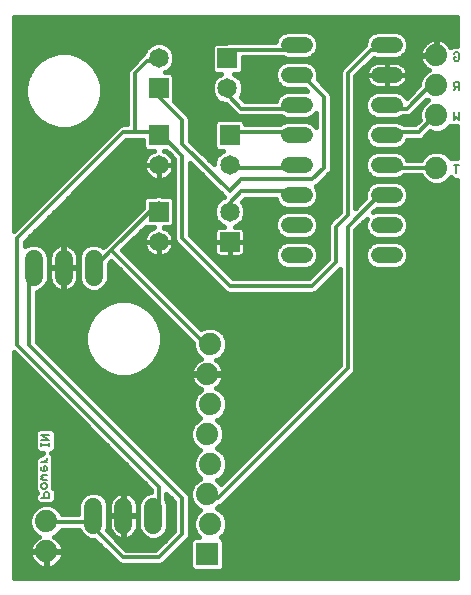
<source format=gbl>
G75*
%MOIN*%
%OFA0B0*%
%FSLAX24Y24*%
%IPPOS*%
%LPD*%
%AMOC8*
5,1,8,0,0,1.08239X$1,22.5*
%
%ADD10C,0.0050*%
%ADD11C,0.0520*%
%ADD12R,0.0650X0.0650*%
%ADD13C,0.0650*%
%ADD14C,0.0740*%
%ADD15C,0.0600*%
%ADD16R,0.0740X0.0740*%
%ADD17C,0.0120*%
%ADD18C,0.0160*%
D10*
X001583Y003355D02*
X001853Y003355D01*
X001853Y003490D01*
X001808Y003535D01*
X001718Y003535D01*
X001673Y003490D01*
X001673Y003355D01*
X001628Y003649D02*
X001583Y003694D01*
X001583Y003784D01*
X001628Y003829D01*
X001718Y003829D01*
X001763Y003784D01*
X001763Y003694D01*
X001718Y003649D01*
X001628Y003649D01*
X001628Y003944D02*
X001583Y003989D01*
X001628Y004034D01*
X001583Y004079D01*
X001628Y004124D01*
X001763Y004124D01*
X001718Y004239D02*
X001763Y004284D01*
X001763Y004374D01*
X001718Y004419D01*
X001673Y004419D01*
X001673Y004239D01*
X001628Y004239D02*
X001718Y004239D01*
X001628Y004239D02*
X001583Y004284D01*
X001583Y004374D01*
X001583Y004533D02*
X001763Y004533D01*
X001673Y004533D02*
X001763Y004623D01*
X001763Y004668D01*
X001853Y005073D02*
X001853Y005163D01*
X001853Y005118D02*
X001583Y005118D01*
X001583Y005073D02*
X001583Y005163D01*
X001583Y005270D02*
X001853Y005270D01*
X001583Y005450D01*
X001853Y005450D01*
X001763Y003944D02*
X001628Y003944D01*
X015419Y014181D02*
X015419Y014452D01*
X015509Y014452D02*
X015329Y014452D01*
X015329Y015953D02*
X015329Y016223D01*
X015509Y016223D02*
X015509Y015953D01*
X015419Y016043D01*
X015329Y015953D01*
X015329Y016937D02*
X015419Y017027D01*
X015374Y017027D02*
X015509Y017027D01*
X015509Y016937D02*
X015509Y017208D01*
X015374Y017208D01*
X015329Y017162D01*
X015329Y017072D01*
X015374Y017027D01*
X015374Y017922D02*
X015329Y017967D01*
X015329Y018057D01*
X015419Y018057D01*
X015329Y018147D02*
X015374Y018192D01*
X015464Y018192D01*
X015509Y018147D01*
X015509Y017967D01*
X015464Y017922D01*
X015374Y017922D01*
D11*
X013357Y017444D02*
X012837Y017444D01*
X012837Y018444D02*
X013357Y018444D01*
X013357Y016444D02*
X012837Y016444D01*
X012837Y015444D02*
X013357Y015444D01*
X013357Y014444D02*
X012837Y014444D01*
X012837Y013444D02*
X013357Y013444D01*
X013357Y012444D02*
X012837Y012444D01*
X012837Y011444D02*
X013357Y011444D01*
X010357Y011444D02*
X009837Y011444D01*
X009837Y012444D02*
X010357Y012444D01*
X010357Y013444D02*
X009837Y013444D01*
X009837Y014444D02*
X010357Y014444D01*
X010357Y015444D02*
X009837Y015444D01*
X009837Y016444D02*
X010357Y016444D01*
X010357Y017444D02*
X009837Y017444D01*
X009837Y018444D02*
X010357Y018444D01*
D12*
X007786Y017995D03*
X007857Y015444D03*
X005495Y015444D03*
X005495Y017003D03*
X005495Y012885D03*
X007857Y011885D03*
D13*
X007857Y012885D03*
X007857Y014444D03*
X007786Y016995D03*
X005495Y018003D03*
X005495Y014444D03*
X005495Y011885D03*
D14*
X007214Y008471D03*
X007114Y007471D03*
X007214Y006471D03*
X007114Y005471D03*
X007214Y004471D03*
X007114Y003471D03*
X007214Y002471D03*
X001755Y002558D03*
X001755Y001558D03*
X014747Y014353D03*
X014747Y016093D03*
X014747Y017093D03*
X014747Y018093D03*
D15*
X003326Y011323D02*
X003326Y010723D01*
X002326Y010723D02*
X002326Y011323D01*
X001326Y011323D02*
X001326Y010723D01*
X003322Y003055D02*
X003322Y002455D01*
X004322Y002455D02*
X004322Y003055D01*
X005322Y003055D02*
X005322Y002455D01*
D16*
X007114Y001471D03*
D17*
X006282Y002149D02*
X005495Y001361D01*
X004314Y001361D01*
X003133Y002542D01*
X003322Y002755D01*
X003133Y002542D02*
X001952Y002542D01*
X001755Y002558D01*
X005322Y002755D02*
X005495Y002936D01*
X005495Y003723D01*
X000771Y008448D01*
X000771Y011991D01*
X004314Y015534D01*
X004708Y015534D01*
X004708Y017503D01*
X005101Y017897D01*
X005495Y017897D01*
X005495Y018003D01*
X005495Y017003D02*
X005495Y016715D01*
X006282Y015928D01*
X006282Y015141D01*
X007857Y013566D01*
X008251Y013960D01*
X010613Y013960D01*
X011007Y014353D01*
X011007Y016715D01*
X010219Y017503D01*
X010097Y017444D01*
X009826Y018290D02*
X010097Y018444D01*
X009826Y018290D02*
X007857Y018290D01*
X007786Y017995D01*
X007786Y016995D02*
X007857Y016715D01*
X008251Y016322D01*
X009826Y016322D01*
X010097Y016444D01*
X009826Y015534D02*
X010097Y015444D01*
X009826Y015534D02*
X007857Y015534D01*
X007857Y015444D01*
X007857Y014444D02*
X007857Y014353D01*
X009826Y014353D01*
X010097Y014444D01*
X009826Y013566D02*
X010097Y013444D01*
X009826Y013566D02*
X008251Y013566D01*
X007857Y013172D01*
X007857Y012885D01*
X006282Y011991D02*
X006282Y014747D01*
X005495Y015534D01*
X005495Y015444D01*
X005495Y015534D02*
X004708Y015534D01*
X005495Y013172D02*
X005495Y012885D01*
X005495Y013172D02*
X003920Y011597D01*
X003345Y011023D01*
X003326Y011023D01*
X003920Y011597D02*
X007070Y008448D01*
X007214Y008471D01*
X007857Y010416D02*
X006282Y011991D01*
X007857Y010416D02*
X010613Y010416D01*
X011400Y011204D01*
X011400Y012385D01*
X011794Y012778D01*
X011794Y017503D01*
X012582Y018290D01*
X012975Y018290D01*
X013097Y018444D01*
X014550Y017109D02*
X014747Y017093D01*
X014550Y017109D02*
X013763Y016322D01*
X013369Y016322D01*
X013097Y016444D01*
X013369Y015534D02*
X013097Y015444D01*
X013369Y015534D02*
X014156Y015534D01*
X014550Y015928D01*
X014747Y016093D01*
X014747Y014353D02*
X013369Y014353D01*
X013097Y014444D01*
X012975Y013566D02*
X013097Y013444D01*
X012975Y013566D02*
X011794Y012385D01*
X011794Y007660D01*
X007463Y003330D01*
X007114Y003471D01*
X006282Y003330D02*
X006282Y002149D01*
X006282Y003330D02*
X001164Y008448D01*
X001164Y010810D01*
X001326Y011023D01*
D18*
X000660Y008191D02*
X000660Y000660D01*
X015448Y000660D01*
X015448Y013956D01*
X015326Y013956D01*
X015237Y014046D01*
X015230Y014030D01*
X015070Y013870D01*
X014860Y013783D01*
X014634Y013783D01*
X014424Y013870D01*
X014264Y014030D01*
X014238Y014093D01*
X013657Y014093D01*
X013618Y014054D01*
X013449Y013984D01*
X012746Y013984D01*
X012577Y014054D01*
X012447Y014183D01*
X012377Y014352D01*
X012377Y014535D01*
X012447Y014704D01*
X012577Y014834D01*
X012746Y014904D01*
X013449Y014904D01*
X013618Y014834D01*
X013747Y014704D01*
X013785Y014613D01*
X014238Y014613D01*
X014264Y014676D01*
X014424Y014836D01*
X014634Y014923D01*
X014860Y014923D01*
X015070Y014836D01*
X015230Y014676D01*
X015232Y014672D01*
X015236Y014677D01*
X015448Y014677D01*
X015448Y015728D01*
X015422Y015728D01*
X015422Y015728D01*
X015330Y015728D01*
X015236Y015728D01*
X015212Y015752D01*
X015070Y015610D01*
X014860Y015523D01*
X014634Y015523D01*
X014548Y015559D01*
X014304Y015314D01*
X014208Y015274D01*
X013785Y015274D01*
X013747Y015183D01*
X013618Y015054D01*
X013449Y014984D01*
X012746Y014984D01*
X012577Y015054D01*
X012447Y015183D01*
X012377Y015352D01*
X012377Y015535D01*
X012447Y015704D01*
X012577Y015834D01*
X012746Y015904D01*
X013449Y015904D01*
X013618Y015834D01*
X013657Y015794D01*
X014049Y015794D01*
X014194Y015939D01*
X014177Y015980D01*
X014177Y016207D01*
X014264Y016416D01*
X014424Y016577D01*
X014465Y016593D01*
X014424Y016610D01*
X014421Y016613D01*
X013910Y016101D01*
X013814Y016062D01*
X013626Y016062D01*
X013618Y016054D01*
X013449Y015984D01*
X012746Y015984D01*
X012577Y016054D01*
X012447Y016183D01*
X012377Y016352D01*
X012377Y016535D01*
X012447Y016704D01*
X012577Y016834D01*
X012746Y016904D01*
X013449Y016904D01*
X013618Y016834D01*
X013747Y016704D01*
X013756Y016683D01*
X014177Y017104D01*
X014177Y017207D01*
X014264Y017416D01*
X014424Y017577D01*
X014493Y017605D01*
X014459Y017623D01*
X014389Y017674D01*
X014327Y017735D01*
X014277Y017805D01*
X014237Y017882D01*
X014210Y017965D01*
X014197Y018050D01*
X014197Y018073D01*
X014727Y018073D01*
X014727Y018113D01*
X014197Y018113D01*
X014197Y018137D01*
X014210Y018222D01*
X014237Y018305D01*
X014277Y018382D01*
X014327Y018452D01*
X014389Y018513D01*
X014459Y018564D01*
X014536Y018603D01*
X014618Y018630D01*
X014704Y018643D01*
X014727Y018643D01*
X014727Y018113D01*
X014767Y018113D01*
X014767Y018643D01*
X014790Y018643D01*
X014876Y018630D01*
X014958Y018603D01*
X015035Y018564D01*
X015105Y018513D01*
X015166Y018452D01*
X015217Y018382D01*
X015227Y018363D01*
X015281Y018417D01*
X015281Y018417D01*
X015372Y018417D01*
X015448Y018417D01*
X015448Y019385D01*
X000660Y019385D01*
X000660Y012248D01*
X004167Y015755D01*
X004262Y015794D01*
X004448Y015794D01*
X004448Y017555D01*
X004487Y017650D01*
X004560Y017723D01*
X004954Y018117D01*
X004978Y018127D01*
X005050Y018300D01*
X005198Y018448D01*
X005391Y018528D01*
X005599Y018528D01*
X005792Y018448D01*
X005940Y018300D01*
X006020Y018107D01*
X006020Y017898D01*
X005940Y017705D01*
X005792Y017558D01*
X005720Y017528D01*
X005903Y017528D01*
X006020Y017411D01*
X006020Y016595D01*
X006002Y016577D01*
X006503Y016075D01*
X006542Y015980D01*
X006542Y015248D01*
X007332Y014459D01*
X007332Y014548D01*
X007412Y014741D01*
X007560Y014889D01*
X007632Y014919D01*
X007449Y014919D01*
X007332Y015036D01*
X007332Y015852D01*
X007449Y015969D01*
X008265Y015969D01*
X008382Y015852D01*
X008382Y015794D01*
X009537Y015794D01*
X009577Y015834D01*
X009746Y015904D01*
X010449Y015904D01*
X010618Y015834D01*
X010747Y015705D01*
X010747Y016183D01*
X010618Y016054D01*
X010449Y015984D01*
X009746Y015984D01*
X009577Y016054D01*
X009569Y016062D01*
X008199Y016062D01*
X008104Y016101D01*
X007735Y016470D01*
X007682Y016470D01*
X007489Y016550D01*
X007341Y016698D01*
X007261Y016891D01*
X007261Y017099D01*
X007341Y017292D01*
X007489Y017440D01*
X007561Y017470D01*
X007378Y017470D01*
X007261Y017587D01*
X007261Y018403D01*
X007378Y018520D01*
X007732Y018520D01*
X007739Y018523D01*
X007765Y018539D01*
X007786Y018542D01*
X007805Y018550D01*
X007837Y018550D01*
X007868Y018555D01*
X007888Y018550D01*
X009384Y018550D01*
X009447Y018704D01*
X009577Y018834D01*
X009746Y018904D01*
X010449Y018904D01*
X010618Y018834D01*
X010747Y018704D01*
X010817Y018535D01*
X010817Y018352D01*
X010747Y018183D01*
X010618Y018054D01*
X010449Y017984D01*
X009746Y017984D01*
X009634Y018030D01*
X008311Y018030D01*
X008311Y017587D01*
X008194Y017470D01*
X008011Y017470D01*
X008084Y017440D01*
X008231Y017292D01*
X008311Y017099D01*
X008311Y016891D01*
X008235Y016706D01*
X008359Y016582D01*
X009397Y016582D01*
X009447Y016704D01*
X009577Y016834D01*
X009746Y016904D01*
X010449Y016904D01*
X010452Y016902D01*
X010371Y016984D01*
X009746Y016984D01*
X009577Y017054D01*
X009447Y017183D01*
X009377Y017352D01*
X009377Y017535D01*
X009447Y017704D01*
X009577Y017834D01*
X009746Y017904D01*
X010449Y017904D01*
X010618Y017834D01*
X010747Y017704D01*
X010817Y017535D01*
X010817Y017352D01*
X010794Y017296D01*
X011154Y016936D01*
X011227Y016863D01*
X011267Y016767D01*
X011267Y014302D01*
X011227Y014206D01*
X010833Y013812D01*
X010760Y013739D01*
X010727Y013725D01*
X010747Y013704D01*
X010817Y013535D01*
X010817Y013352D01*
X010747Y013183D01*
X010618Y013054D01*
X010449Y012984D01*
X009746Y012984D01*
X009577Y013054D01*
X009447Y013183D01*
X009397Y013306D01*
X008359Y013306D01*
X008269Y013216D01*
X008302Y013182D01*
X008382Y012989D01*
X008382Y012780D01*
X008302Y012587D01*
X008155Y012440D01*
X008034Y012390D01*
X008206Y012390D01*
X008252Y012377D01*
X008293Y012354D01*
X008326Y012320D01*
X008350Y012279D01*
X008362Y012233D01*
X008362Y011885D01*
X007857Y011885D01*
X007857Y011885D01*
X007352Y011885D01*
X007352Y012233D01*
X007364Y012279D01*
X007388Y012320D01*
X007422Y012354D01*
X007463Y012377D01*
X007508Y012390D01*
X007680Y012390D01*
X007560Y012440D01*
X007412Y012587D01*
X007332Y012780D01*
X007332Y012989D01*
X007412Y013182D01*
X007560Y013330D01*
X007677Y013378D01*
X006542Y014513D01*
X006542Y012099D01*
X007965Y010676D01*
X010505Y010676D01*
X011140Y011311D01*
X011140Y012436D01*
X011180Y012532D01*
X011253Y012605D01*
X011534Y012886D01*
X011534Y017555D01*
X011574Y017650D01*
X011647Y017723D01*
X012377Y018454D01*
X012377Y018535D01*
X012447Y018704D01*
X012577Y018834D01*
X012746Y018904D01*
X013449Y018904D01*
X013618Y018834D01*
X013747Y018704D01*
X013817Y018535D01*
X013817Y018352D01*
X013747Y018183D01*
X013618Y018054D01*
X013449Y017984D01*
X012746Y017984D01*
X012673Y018014D01*
X012054Y017395D01*
X012054Y013012D01*
X012382Y013340D01*
X012377Y013352D01*
X012377Y013535D01*
X012447Y013704D01*
X012577Y013834D01*
X012746Y013904D01*
X013449Y013904D01*
X013618Y013834D01*
X013747Y013704D01*
X013817Y013535D01*
X013817Y013352D01*
X013747Y013183D01*
X013618Y013054D01*
X013449Y012984D01*
X012761Y012984D01*
X012635Y012858D01*
X012746Y012904D01*
X013449Y012904D01*
X013618Y012834D01*
X013747Y012704D01*
X013817Y012535D01*
X013817Y012352D01*
X013747Y012183D01*
X013618Y012054D01*
X013449Y011984D01*
X012746Y011984D01*
X012577Y012054D01*
X012447Y012183D01*
X012377Y012352D01*
X012377Y012535D01*
X012423Y012646D01*
X012054Y012277D01*
X012054Y007609D01*
X012015Y007513D01*
X007648Y003146D01*
X007612Y003110D01*
X007611Y003110D01*
X007611Y003109D01*
X007564Y003090D01*
X007520Y003071D01*
X007443Y002994D01*
X007537Y002955D01*
X007697Y002794D01*
X007784Y002585D01*
X007784Y002358D01*
X007697Y002148D01*
X007579Y002030D01*
X007684Y001924D01*
X007684Y001018D01*
X007567Y000901D01*
X006661Y000901D01*
X006544Y001018D01*
X006544Y001924D01*
X006661Y002041D01*
X006838Y002041D01*
X006731Y002148D01*
X006644Y002358D01*
X006644Y002585D01*
X006731Y002794D01*
X006886Y002949D01*
X006791Y002988D01*
X006631Y003148D01*
X006544Y003358D01*
X006544Y003585D01*
X006631Y003794D01*
X006791Y003955D01*
X006886Y003994D01*
X006731Y004148D01*
X006644Y004358D01*
X006644Y004585D01*
X006731Y004794D01*
X006886Y004949D01*
X006791Y004988D01*
X006631Y005148D01*
X006544Y005358D01*
X006544Y005585D01*
X006631Y005794D01*
X006791Y005955D01*
X006886Y005994D01*
X006731Y006148D01*
X006644Y006358D01*
X006644Y006585D01*
X006731Y006794D01*
X006891Y006955D01*
X006906Y006961D01*
X006903Y006962D01*
X006826Y007001D01*
X006756Y007052D01*
X006695Y007113D01*
X006644Y007183D01*
X006605Y007260D01*
X006578Y007343D01*
X006564Y007428D01*
X006564Y007451D01*
X007094Y007451D01*
X007094Y007491D01*
X006564Y007491D01*
X006564Y007515D01*
X006578Y007600D01*
X006605Y007682D01*
X006644Y007760D01*
X006695Y007830D01*
X006756Y007891D01*
X006826Y007942D01*
X006903Y007981D01*
X006906Y007982D01*
X006891Y007988D01*
X006731Y008148D01*
X006644Y008358D01*
X006644Y008506D01*
X003920Y011230D01*
X003826Y011135D01*
X003826Y010623D01*
X003750Y010439D01*
X003609Y010299D01*
X003425Y010223D01*
X003226Y010223D01*
X003042Y010299D01*
X002902Y010439D01*
X002826Y010623D01*
X002826Y011422D01*
X002902Y011606D01*
X003042Y011746D01*
X003226Y011823D01*
X003425Y011823D01*
X003609Y011746D01*
X003655Y011700D01*
X003773Y011818D01*
X004970Y013015D01*
X004970Y013293D01*
X005087Y013410D01*
X005389Y013410D01*
X005443Y013432D01*
X005547Y013432D01*
X005601Y013410D01*
X005903Y013410D01*
X006020Y013293D01*
X006020Y012477D01*
X005903Y012360D01*
X005667Y012360D01*
X005689Y012353D01*
X005760Y012317D01*
X005824Y012270D01*
X005880Y012214D01*
X005927Y012149D01*
X005963Y012079D01*
X005988Y012003D01*
X006000Y011924D01*
X006000Y011885D01*
X005495Y011885D01*
X005495Y011885D01*
X005495Y011885D01*
X004990Y011885D01*
X004990Y011924D01*
X005002Y012003D01*
X005027Y012079D01*
X005063Y012149D01*
X005110Y012214D01*
X005166Y012270D01*
X005230Y012317D01*
X005301Y012353D01*
X005323Y012360D01*
X005087Y012360D01*
X005069Y012378D01*
X004288Y011597D01*
X006919Y008966D01*
X007101Y009041D01*
X007328Y009041D01*
X007537Y008955D01*
X007697Y008794D01*
X007784Y008585D01*
X007784Y008358D01*
X007697Y008148D01*
X007537Y007988D01*
X007411Y007936D01*
X007473Y007891D01*
X007534Y007830D01*
X007585Y007760D01*
X007624Y007682D01*
X007651Y007600D01*
X007664Y007515D01*
X007664Y007491D01*
X007134Y007491D01*
X007134Y007451D01*
X007664Y007451D01*
X007664Y007428D01*
X007651Y007343D01*
X007624Y007260D01*
X007585Y007183D01*
X007534Y007113D01*
X007473Y007052D01*
X007411Y007007D01*
X007537Y006955D01*
X007697Y006794D01*
X007784Y006585D01*
X007784Y006358D01*
X007697Y006148D01*
X007537Y005988D01*
X007443Y005949D01*
X007597Y005794D01*
X007684Y005585D01*
X007684Y005358D01*
X007597Y005148D01*
X007443Y004994D01*
X007537Y004955D01*
X007697Y004794D01*
X007784Y004585D01*
X007784Y004358D01*
X007697Y004148D01*
X007537Y003988D01*
X007443Y003949D01*
X007579Y003813D01*
X011534Y007768D01*
X011534Y010970D01*
X010833Y010269D01*
X010760Y010196D01*
X010665Y010156D01*
X007805Y010156D01*
X007710Y010196D01*
X007637Y010269D01*
X007637Y010269D01*
X006135Y011771D01*
X006135Y011771D01*
X006062Y011844D01*
X006022Y011939D01*
X006022Y014639D01*
X005743Y014919D01*
X005667Y014919D01*
X005689Y014912D01*
X005760Y014876D01*
X005824Y014829D01*
X005880Y014773D01*
X005927Y014708D01*
X005963Y014638D01*
X005988Y014562D01*
X006000Y014484D01*
X006000Y014444D01*
X005495Y014444D01*
X005495Y014444D01*
X005495Y014444D01*
X004990Y014444D01*
X004990Y014484D01*
X005002Y014562D01*
X005027Y014638D01*
X005063Y014708D01*
X005110Y014773D01*
X005166Y014829D01*
X005230Y014876D01*
X005301Y014912D01*
X005323Y014919D01*
X005087Y014919D01*
X004970Y015036D01*
X004970Y015274D01*
X004422Y015274D01*
X001031Y011883D01*
X001031Y011735D01*
X001042Y011746D01*
X001226Y011823D01*
X001425Y011823D01*
X001609Y011746D01*
X001750Y011606D01*
X001826Y011422D01*
X001826Y010623D01*
X001750Y010439D01*
X001609Y010299D01*
X001425Y010223D01*
X001424Y010223D01*
X001424Y008555D01*
X006430Y003550D01*
X006503Y003477D01*
X006542Y003381D01*
X006542Y002097D01*
X006503Y002001D01*
X005715Y001214D01*
X005642Y001141D01*
X005547Y001101D01*
X004262Y001101D01*
X004167Y001141D01*
X003352Y001955D01*
X003222Y001955D01*
X003039Y002031D01*
X002898Y002172D01*
X002852Y002282D01*
X002258Y002282D01*
X002238Y002235D01*
X002078Y002075D01*
X002008Y002046D01*
X002043Y002028D01*
X002113Y001977D01*
X002174Y001916D01*
X002225Y001846D01*
X002265Y001769D01*
X002291Y001687D01*
X002305Y001601D01*
X002305Y001578D01*
X001775Y001578D01*
X001775Y001538D01*
X002305Y001538D01*
X002305Y001515D01*
X002291Y001429D01*
X002265Y001347D01*
X002225Y001270D01*
X002174Y001200D01*
X002113Y001138D01*
X002043Y001088D01*
X001966Y001048D01*
X001884Y001021D01*
X001798Y001008D01*
X001775Y001008D01*
X001775Y001538D01*
X001735Y001538D01*
X001735Y001008D01*
X001712Y001008D01*
X001626Y001021D01*
X001544Y001048D01*
X001467Y001088D01*
X001397Y001138D01*
X001335Y001200D01*
X001284Y001270D01*
X001245Y001347D01*
X001218Y001429D01*
X001205Y001515D01*
X001205Y001538D01*
X001735Y001538D01*
X001735Y001578D01*
X001205Y001578D01*
X001205Y001601D01*
X001218Y001687D01*
X001245Y001769D01*
X001284Y001846D01*
X001335Y001916D01*
X001397Y001977D01*
X001467Y002028D01*
X001501Y002046D01*
X001432Y002075D01*
X001272Y002235D01*
X001185Y002445D01*
X001185Y002671D01*
X001272Y002881D01*
X001432Y003041D01*
X001641Y003128D01*
X001868Y003128D01*
X002078Y003041D01*
X002238Y002881D01*
X002271Y002802D01*
X002822Y002802D01*
X002822Y003154D01*
X002898Y003338D01*
X003039Y003479D01*
X003222Y003555D01*
X003421Y003555D01*
X003605Y003479D01*
X003746Y003338D01*
X003822Y003154D01*
X003822Y002355D01*
X003782Y002260D01*
X004422Y001621D01*
X005387Y001621D01*
X006022Y002256D01*
X006022Y003222D01*
X005755Y003489D01*
X005755Y003315D01*
X005822Y003154D01*
X005822Y002355D01*
X005746Y002172D01*
X005605Y002031D01*
X005421Y001955D01*
X005222Y001955D01*
X005039Y002031D01*
X004898Y002172D01*
X004822Y002355D01*
X004822Y003154D01*
X004898Y003338D01*
X005039Y003479D01*
X005222Y003555D01*
X005235Y003555D01*
X005235Y003616D01*
X000660Y008191D01*
X000660Y008105D02*
X000746Y008105D01*
X000660Y007947D02*
X000904Y007947D01*
X001063Y007788D02*
X000660Y007788D01*
X000660Y007630D02*
X001221Y007630D01*
X001380Y007471D02*
X000660Y007471D01*
X000660Y007313D02*
X001538Y007313D01*
X001697Y007154D02*
X000660Y007154D01*
X000660Y006996D02*
X001855Y006996D01*
X002014Y006837D02*
X000660Y006837D01*
X000660Y006679D02*
X002172Y006679D01*
X002331Y006520D02*
X000660Y006520D01*
X000660Y006362D02*
X002489Y006362D01*
X002648Y006203D02*
X000660Y006203D01*
X000660Y006045D02*
X002806Y006045D01*
X002965Y005886D02*
X000660Y005886D01*
X000660Y005728D02*
X003123Y005728D01*
X003282Y005569D02*
X002052Y005569D01*
X002078Y005543D02*
X001946Y005675D01*
X001651Y005675D01*
X001630Y005689D01*
X001561Y005675D01*
X001490Y005675D01*
X001472Y005657D01*
X001447Y005652D01*
X001408Y005593D01*
X001358Y005543D01*
X001358Y005518D01*
X001344Y005497D01*
X001358Y005428D01*
X001358Y004980D01*
X001490Y004848D01*
X001625Y004848D01*
X001538Y004762D01*
X001538Y004758D01*
X001490Y004758D01*
X001358Y004626D01*
X001358Y004190D01*
X001367Y004181D01*
X001358Y004172D01*
X001358Y004078D01*
X001358Y003896D01*
X001367Y003887D01*
X001358Y003878D01*
X001358Y003878D01*
X001358Y003878D01*
X001358Y003787D01*
X001358Y003601D01*
X001435Y003524D01*
X001358Y003448D01*
X001358Y003261D01*
X001490Y003130D01*
X001946Y003130D01*
X002078Y003261D01*
X002078Y003489D01*
X002078Y003583D01*
X002033Y003628D01*
X001988Y003673D01*
X001988Y003693D01*
X001988Y003787D01*
X001988Y003787D01*
X001988Y004286D01*
X001988Y004377D01*
X001988Y004624D01*
X001988Y004716D01*
X001988Y004716D01*
X001988Y004762D01*
X001901Y004848D01*
X001946Y004848D01*
X002078Y004980D01*
X002078Y005202D01*
X002092Y005223D01*
X002078Y005292D01*
X002078Y005543D01*
X002078Y005411D02*
X003440Y005411D01*
X003599Y005252D02*
X002086Y005252D01*
X002078Y005094D02*
X003757Y005094D01*
X003916Y004935D02*
X002033Y004935D01*
X001973Y004777D02*
X004074Y004777D01*
X004233Y004618D02*
X001988Y004618D01*
X001988Y004460D02*
X004391Y004460D01*
X004550Y004301D02*
X001988Y004301D01*
X001988Y004377D02*
X001988Y004377D01*
X001988Y004143D02*
X004708Y004143D01*
X004867Y003984D02*
X001988Y003984D01*
X001988Y003826D02*
X005025Y003826D01*
X005184Y003667D02*
X001994Y003667D01*
X002033Y003628D02*
X002033Y003628D01*
X002078Y003583D02*
X002078Y003583D01*
X002078Y003583D01*
X002078Y003509D02*
X003111Y003509D01*
X002910Y003350D02*
X002078Y003350D01*
X002008Y003192D02*
X002837Y003192D01*
X002822Y003033D02*
X002086Y003033D01*
X002241Y002875D02*
X002822Y002875D01*
X002869Y002241D02*
X002240Y002241D01*
X002085Y002082D02*
X002987Y002082D01*
X003384Y001924D02*
X002167Y001924D01*
X002266Y001765D02*
X003542Y001765D01*
X003701Y001607D02*
X002304Y001607D01*
X002294Y001448D02*
X003859Y001448D01*
X004018Y001290D02*
X002235Y001290D01*
X002103Y001131D02*
X004190Y001131D01*
X004278Y001765D02*
X005531Y001765D01*
X005690Y001924D02*
X004119Y001924D01*
X004137Y002010D02*
X004209Y001987D01*
X004284Y001975D01*
X004302Y001975D01*
X004302Y002735D01*
X004342Y002735D01*
X004342Y002775D01*
X004802Y002775D01*
X004802Y003093D01*
X004790Y003167D01*
X004767Y003239D01*
X004732Y003306D01*
X004688Y003368D01*
X004634Y003421D01*
X004573Y003465D01*
X004506Y003500D01*
X004434Y003523D01*
X004360Y003535D01*
X004342Y003535D01*
X004342Y002775D01*
X004302Y002775D01*
X004302Y003535D01*
X004284Y003535D01*
X004209Y003523D01*
X004137Y003500D01*
X004070Y003465D01*
X004009Y003421D01*
X003956Y003368D01*
X003911Y003306D01*
X003877Y003239D01*
X003854Y003167D01*
X003842Y003093D01*
X003842Y002775D01*
X004302Y002775D01*
X004302Y002735D01*
X003842Y002735D01*
X003842Y002417D01*
X003854Y002342D01*
X003877Y002271D01*
X003911Y002203D01*
X003956Y002142D01*
X004009Y002089D01*
X004070Y002044D01*
X004137Y002010D01*
X004018Y002082D02*
X003961Y002082D01*
X003892Y002241D02*
X003802Y002241D01*
X003822Y002399D02*
X003845Y002399D01*
X003842Y002558D02*
X003822Y002558D01*
X003822Y002716D02*
X003842Y002716D01*
X003842Y002875D02*
X003822Y002875D01*
X003822Y003033D02*
X003842Y003033D01*
X003861Y003192D02*
X003806Y003192D01*
X003734Y003350D02*
X003943Y003350D01*
X004165Y003509D02*
X003533Y003509D01*
X004302Y003509D02*
X004342Y003509D01*
X004479Y003509D02*
X005111Y003509D01*
X004910Y003350D02*
X004701Y003350D01*
X004782Y003192D02*
X004837Y003192D01*
X004822Y003033D02*
X004802Y003033D01*
X004802Y002875D02*
X004822Y002875D01*
X004802Y002735D02*
X004342Y002735D01*
X004342Y001975D01*
X004360Y001975D01*
X004434Y001987D01*
X004506Y002010D01*
X004573Y002044D01*
X004634Y002089D01*
X004688Y002142D01*
X004732Y002203D01*
X004767Y002271D01*
X004790Y002342D01*
X004802Y002417D01*
X004802Y002735D01*
X004802Y002716D02*
X004822Y002716D01*
X004822Y002558D02*
X004802Y002558D01*
X004799Y002399D02*
X004822Y002399D01*
X004869Y002241D02*
X004751Y002241D01*
X004625Y002082D02*
X004987Y002082D01*
X004342Y002082D02*
X004302Y002082D01*
X004302Y002241D02*
X004342Y002241D01*
X004342Y002399D02*
X004302Y002399D01*
X004302Y002558D02*
X004342Y002558D01*
X004342Y002716D02*
X004302Y002716D01*
X004302Y002875D02*
X004342Y002875D01*
X004342Y003033D02*
X004302Y003033D01*
X004302Y003192D02*
X004342Y003192D01*
X004342Y003350D02*
X004302Y003350D01*
X005520Y004460D02*
X006644Y004460D01*
X006658Y004618D02*
X005362Y004618D01*
X005203Y004777D02*
X006724Y004777D01*
X006872Y004935D02*
X005045Y004935D01*
X004886Y005094D02*
X006686Y005094D01*
X006588Y005252D02*
X004728Y005252D01*
X004569Y005411D02*
X006544Y005411D01*
X006544Y005569D02*
X004411Y005569D01*
X004252Y005728D02*
X006603Y005728D01*
X006723Y005886D02*
X004094Y005886D01*
X003935Y006045D02*
X006835Y006045D01*
X006708Y006203D02*
X003777Y006203D01*
X003618Y006362D02*
X006644Y006362D01*
X006644Y006520D02*
X003460Y006520D01*
X003301Y006679D02*
X006683Y006679D01*
X006774Y006837D02*
X003143Y006837D01*
X002984Y006996D02*
X006837Y006996D01*
X006665Y007154D02*
X002826Y007154D01*
X002667Y007313D02*
X006588Y007313D01*
X006587Y007630D02*
X005106Y007630D01*
X005108Y007631D02*
X005346Y007869D01*
X005515Y008161D01*
X005602Y008486D01*
X005602Y008823D01*
X005515Y009149D01*
X005346Y009441D01*
X005108Y009679D01*
X004816Y009848D01*
X004490Y009935D01*
X004153Y009935D01*
X003828Y009848D01*
X003536Y009679D01*
X003297Y009441D01*
X003129Y009149D01*
X003042Y008823D01*
X003042Y008486D01*
X003129Y008161D01*
X003297Y007869D01*
X003536Y007631D01*
X003828Y007462D01*
X004153Y007375D01*
X004490Y007375D01*
X004816Y007462D01*
X005108Y007631D01*
X005265Y007788D02*
X006664Y007788D01*
X006835Y007947D02*
X005391Y007947D01*
X005482Y008105D02*
X006774Y008105D01*
X006683Y008264D02*
X005542Y008264D01*
X005585Y008422D02*
X006644Y008422D01*
X006569Y008581D02*
X005602Y008581D01*
X005602Y008739D02*
X006411Y008739D01*
X006252Y008898D02*
X005582Y008898D01*
X005539Y009056D02*
X006094Y009056D01*
X005935Y009215D02*
X005477Y009215D01*
X005385Y009373D02*
X005777Y009373D01*
X005618Y009532D02*
X005255Y009532D01*
X005089Y009690D02*
X005460Y009690D01*
X005301Y009849D02*
X004812Y009849D01*
X004984Y010166D02*
X001424Y010166D01*
X001424Y010007D02*
X005143Y010007D01*
X004826Y010324D02*
X003634Y010324D01*
X003767Y010483D02*
X004667Y010483D01*
X004509Y010641D02*
X003826Y010641D01*
X003826Y010800D02*
X004350Y010800D01*
X004192Y010958D02*
X003826Y010958D01*
X003826Y011117D02*
X004033Y011117D01*
X004452Y011434D02*
X005268Y011434D01*
X005301Y011417D02*
X005230Y011453D01*
X005166Y011500D01*
X005110Y011556D01*
X005063Y011620D01*
X005027Y011691D01*
X005002Y011766D01*
X004990Y011845D01*
X004990Y011885D01*
X005495Y011885D01*
X006000Y011885D01*
X006000Y011845D01*
X005988Y011766D01*
X005963Y011691D01*
X005927Y011620D01*
X005880Y011556D01*
X005824Y011500D01*
X005760Y011453D01*
X005689Y011417D01*
X005613Y011392D01*
X005535Y011380D01*
X005495Y011380D01*
X005495Y011885D01*
X005495Y011885D01*
X005495Y011380D01*
X005455Y011380D01*
X005377Y011392D01*
X005301Y011417D01*
X005495Y011434D02*
X005495Y011434D01*
X005495Y011592D02*
X005495Y011592D01*
X005495Y011751D02*
X005495Y011751D01*
X005722Y011434D02*
X006472Y011434D01*
X006314Y011592D02*
X005907Y011592D01*
X005982Y011751D02*
X006155Y011751D01*
X006035Y011909D02*
X006000Y011909D01*
X006022Y012068D02*
X005967Y012068D01*
X006022Y012226D02*
X005868Y012226D01*
X005928Y012385D02*
X006022Y012385D01*
X006020Y012543D02*
X006022Y012543D01*
X006020Y012702D02*
X006022Y012702D01*
X006020Y012860D02*
X006022Y012860D01*
X006020Y013019D02*
X006022Y013019D01*
X006020Y013177D02*
X006022Y013177D01*
X006022Y013336D02*
X005977Y013336D01*
X006022Y013494D02*
X002641Y013494D01*
X002483Y013336D02*
X005013Y013336D01*
X004970Y013177D02*
X002324Y013177D01*
X002166Y013019D02*
X004970Y013019D01*
X004815Y012860D02*
X002007Y012860D01*
X001849Y012702D02*
X004657Y012702D01*
X004498Y012543D02*
X001690Y012543D01*
X001532Y012385D02*
X004340Y012385D01*
X004181Y012226D02*
X001373Y012226D01*
X001215Y012068D02*
X004023Y012068D01*
X003864Y011909D02*
X001056Y011909D01*
X001052Y011751D02*
X001031Y011751D01*
X000796Y012385D02*
X000660Y012385D01*
X000660Y012543D02*
X000955Y012543D01*
X001113Y012702D02*
X000660Y012702D01*
X000660Y012860D02*
X001272Y012860D01*
X001430Y013019D02*
X000660Y013019D01*
X000660Y013177D02*
X001589Y013177D01*
X001747Y013336D02*
X000660Y013336D01*
X000660Y013494D02*
X001906Y013494D01*
X002064Y013653D02*
X000660Y013653D01*
X000660Y013811D02*
X002223Y013811D01*
X002381Y013970D02*
X000660Y013970D01*
X000660Y014128D02*
X002540Y014128D01*
X002698Y014287D02*
X000660Y014287D01*
X000660Y014445D02*
X002857Y014445D01*
X003015Y014604D02*
X000660Y014604D01*
X000660Y014762D02*
X003174Y014762D01*
X003332Y014921D02*
X000660Y014921D01*
X000660Y015079D02*
X003491Y015079D01*
X003649Y015238D02*
X000660Y015238D01*
X000660Y015396D02*
X003808Y015396D01*
X003966Y015555D02*
X000660Y015555D01*
X000660Y015713D02*
X001894Y015713D01*
X001832Y015730D02*
X002157Y015643D01*
X002494Y015643D01*
X002820Y015730D01*
X003112Y015898D01*
X003350Y016137D01*
X003518Y016428D01*
X003606Y016754D01*
X003606Y017091D01*
X003518Y017417D01*
X003350Y017708D01*
X003112Y017947D01*
X002820Y018115D01*
X002494Y018203D01*
X002157Y018203D01*
X001832Y018115D01*
X001540Y017947D01*
X001301Y017708D01*
X001133Y017417D01*
X001046Y017091D01*
X001046Y016754D01*
X001133Y016428D01*
X001301Y016137D01*
X001540Y015898D01*
X001832Y015730D01*
X001586Y015872D02*
X000660Y015872D01*
X000660Y016030D02*
X001408Y016030D01*
X001271Y016189D02*
X000660Y016189D01*
X000660Y016347D02*
X001180Y016347D01*
X001112Y016506D02*
X000660Y016506D01*
X000660Y016664D02*
X001070Y016664D01*
X001046Y016823D02*
X000660Y016823D01*
X000660Y016981D02*
X001046Y016981D01*
X001059Y017140D02*
X000660Y017140D01*
X000660Y017298D02*
X001101Y017298D01*
X001156Y017457D02*
X000660Y017457D01*
X000660Y017615D02*
X001247Y017615D01*
X001366Y017774D02*
X000660Y017774D01*
X000660Y017932D02*
X001525Y017932D01*
X001789Y018091D02*
X000660Y018091D01*
X000660Y018249D02*
X005029Y018249D01*
X004928Y018091D02*
X002863Y018091D01*
X003126Y017932D02*
X004769Y017932D01*
X004611Y017774D02*
X003285Y017774D01*
X003404Y017615D02*
X004473Y017615D01*
X004448Y017457D02*
X003495Y017457D01*
X003550Y017298D02*
X004448Y017298D01*
X004448Y017140D02*
X003593Y017140D01*
X003606Y016981D02*
X004448Y016981D01*
X004448Y016823D02*
X003606Y016823D01*
X003582Y016664D02*
X004448Y016664D01*
X004448Y016506D02*
X003539Y016506D01*
X003471Y016347D02*
X004448Y016347D01*
X004448Y016189D02*
X003380Y016189D01*
X003243Y016030D02*
X004448Y016030D01*
X004448Y015872D02*
X003065Y015872D01*
X002757Y015713D02*
X004125Y015713D01*
X004385Y015238D02*
X004970Y015238D01*
X004970Y015079D02*
X004226Y015079D01*
X004068Y014921D02*
X005085Y014921D01*
X005102Y014762D02*
X003909Y014762D01*
X003751Y014604D02*
X005016Y014604D01*
X004990Y014445D02*
X003592Y014445D01*
X003434Y014287D02*
X005015Y014287D01*
X005027Y014250D02*
X005063Y014179D01*
X005110Y014115D01*
X005166Y014059D01*
X005230Y014012D01*
X005301Y013976D01*
X005377Y013951D01*
X005455Y013939D01*
X005495Y013939D01*
X005535Y013939D01*
X005613Y013951D01*
X005689Y013976D01*
X005760Y014012D01*
X005824Y014059D01*
X005880Y014115D01*
X005927Y014179D01*
X005963Y014250D01*
X005988Y014326D01*
X006000Y014404D01*
X006000Y014444D01*
X005495Y014444D01*
X004990Y014444D01*
X004990Y014404D01*
X005002Y014326D01*
X005027Y014250D01*
X005100Y014128D02*
X003275Y014128D01*
X003117Y013970D02*
X005320Y013970D01*
X005495Y013970D02*
X005495Y013970D01*
X005495Y013939D02*
X005495Y014444D01*
X005495Y014444D01*
X005495Y013939D01*
X005670Y013970D02*
X006022Y013970D01*
X006022Y014128D02*
X005890Y014128D01*
X005975Y014287D02*
X006022Y014287D01*
X006022Y014445D02*
X006000Y014445D01*
X006022Y014604D02*
X005974Y014604D01*
X005900Y014762D02*
X005888Y014762D01*
X005495Y014287D02*
X005495Y014287D01*
X005495Y014128D02*
X005495Y014128D01*
X006022Y013811D02*
X002958Y013811D01*
X002800Y013653D02*
X006022Y013653D01*
X006542Y013653D02*
X007403Y013653D01*
X007244Y013811D02*
X006542Y013811D01*
X006542Y013970D02*
X007086Y013970D01*
X006927Y014128D02*
X006542Y014128D01*
X006542Y014287D02*
X006769Y014287D01*
X006610Y014445D02*
X006542Y014445D01*
X006870Y014921D02*
X007448Y014921D01*
X007433Y014762D02*
X007029Y014762D01*
X007187Y014604D02*
X007355Y014604D01*
X007332Y015079D02*
X006712Y015079D01*
X006553Y015238D02*
X007332Y015238D01*
X007332Y015396D02*
X006542Y015396D01*
X006542Y015555D02*
X007332Y015555D01*
X007332Y015713D02*
X006542Y015713D01*
X006542Y015872D02*
X007352Y015872D01*
X007596Y016506D02*
X006073Y016506D01*
X006020Y016664D02*
X007375Y016664D01*
X007289Y016823D02*
X006020Y016823D01*
X006020Y016981D02*
X007261Y016981D01*
X007278Y017140D02*
X006020Y017140D01*
X006020Y017298D02*
X007347Y017298D01*
X007529Y017457D02*
X005974Y017457D01*
X005850Y017615D02*
X007261Y017615D01*
X007261Y017774D02*
X005968Y017774D01*
X006020Y017932D02*
X007261Y017932D01*
X007261Y018091D02*
X006020Y018091D01*
X005961Y018249D02*
X007261Y018249D01*
X007266Y018408D02*
X005833Y018408D01*
X005157Y018408D02*
X000660Y018408D01*
X000660Y018566D02*
X009390Y018566D01*
X009468Y018725D02*
X000660Y018725D01*
X000660Y018883D02*
X009696Y018883D01*
X010499Y018883D02*
X012696Y018883D01*
X012468Y018725D02*
X010727Y018725D01*
X010805Y018566D02*
X012390Y018566D01*
X012331Y018408D02*
X010817Y018408D01*
X010775Y018249D02*
X012173Y018249D01*
X012014Y018091D02*
X010655Y018091D01*
X010678Y017774D02*
X011697Y017774D01*
X011559Y017615D02*
X010784Y017615D01*
X010817Y017457D02*
X011534Y017457D01*
X011534Y017298D02*
X010795Y017298D01*
X010950Y017140D02*
X011534Y017140D01*
X011534Y016981D02*
X011109Y016981D01*
X011244Y016823D02*
X011534Y016823D01*
X011534Y016664D02*
X011267Y016664D01*
X011267Y016506D02*
X011534Y016506D01*
X011534Y016347D02*
X011267Y016347D01*
X011267Y016189D02*
X011534Y016189D01*
X011534Y016030D02*
X011267Y016030D01*
X011267Y015872D02*
X011534Y015872D01*
X011534Y015713D02*
X011267Y015713D01*
X011267Y015555D02*
X011534Y015555D01*
X011534Y015396D02*
X011267Y015396D01*
X011267Y015238D02*
X011534Y015238D01*
X011534Y015079D02*
X011267Y015079D01*
X011267Y014921D02*
X011534Y014921D01*
X011534Y014762D02*
X011267Y014762D01*
X011267Y014604D02*
X011534Y014604D01*
X011534Y014445D02*
X011267Y014445D01*
X011261Y014287D02*
X011534Y014287D01*
X011534Y014128D02*
X011149Y014128D01*
X010991Y013970D02*
X011534Y013970D01*
X011534Y013811D02*
X010832Y013811D01*
X010769Y013653D02*
X011534Y013653D01*
X011534Y013494D02*
X010817Y013494D01*
X010810Y013336D02*
X011534Y013336D01*
X011534Y013177D02*
X010741Y013177D01*
X010533Y013019D02*
X011534Y013019D01*
X011508Y012860D02*
X010554Y012860D01*
X010618Y012834D02*
X010449Y012904D01*
X009746Y012904D01*
X009577Y012834D01*
X009447Y012704D01*
X009377Y012535D01*
X009377Y012352D01*
X009447Y012183D01*
X009577Y012054D01*
X009746Y011984D01*
X010449Y011984D01*
X010618Y012054D01*
X010747Y012183D01*
X010817Y012352D01*
X010817Y012535D01*
X010747Y012704D01*
X010618Y012834D01*
X010748Y012702D02*
X011350Y012702D01*
X011191Y012543D02*
X010814Y012543D01*
X010817Y012385D02*
X011140Y012385D01*
X011140Y012226D02*
X010765Y012226D01*
X010632Y012068D02*
X011140Y012068D01*
X011140Y011909D02*
X008362Y011909D01*
X008362Y011885D02*
X007857Y011885D01*
X007352Y011885D01*
X007352Y011536D01*
X007364Y011490D01*
X007388Y011449D01*
X007422Y011416D01*
X007463Y011392D01*
X007508Y011380D01*
X007857Y011380D01*
X007857Y011885D01*
X007857Y011885D01*
X007857Y011885D01*
X007857Y011380D01*
X008206Y011380D01*
X008252Y011392D01*
X008293Y011416D01*
X008326Y011449D01*
X008350Y011490D01*
X008362Y011536D01*
X008362Y011885D01*
X008362Y011751D02*
X009494Y011751D01*
X009447Y011704D02*
X009377Y011535D01*
X009377Y011352D01*
X009447Y011183D01*
X009577Y011054D01*
X009746Y010984D01*
X010449Y010984D01*
X010618Y011054D01*
X010747Y011183D01*
X010817Y011352D01*
X010817Y011535D01*
X010747Y011704D01*
X010618Y011834D01*
X010449Y011904D01*
X009746Y011904D01*
X009577Y011834D01*
X009447Y011704D01*
X009401Y011592D02*
X008362Y011592D01*
X008311Y011434D02*
X009377Y011434D01*
X009409Y011275D02*
X007366Y011275D01*
X007404Y011434D02*
X007208Y011434D01*
X007352Y011592D02*
X007049Y011592D01*
X006891Y011751D02*
X007352Y011751D01*
X007352Y011909D02*
X006732Y011909D01*
X006574Y012068D02*
X007352Y012068D01*
X007352Y012226D02*
X006542Y012226D01*
X006542Y012385D02*
X007489Y012385D01*
X007456Y012543D02*
X006542Y012543D01*
X006542Y012702D02*
X007365Y012702D01*
X007332Y012860D02*
X006542Y012860D01*
X006542Y013019D02*
X007344Y013019D01*
X007410Y013177D02*
X006542Y013177D01*
X006542Y013336D02*
X007574Y013336D01*
X007561Y013494D02*
X006542Y013494D01*
X005122Y012226D02*
X004917Y012226D01*
X005023Y012068D02*
X004758Y012068D01*
X004600Y011909D02*
X004990Y011909D01*
X005008Y011751D02*
X004441Y011751D01*
X004293Y011592D02*
X005083Y011592D01*
X004769Y011117D02*
X006789Y011117D01*
X006631Y011275D02*
X004610Y011275D01*
X004927Y010958D02*
X006948Y010958D01*
X007106Y010800D02*
X005086Y010800D01*
X005244Y010641D02*
X007265Y010641D01*
X007423Y010483D02*
X005403Y010483D01*
X005561Y010324D02*
X007582Y010324D01*
X007783Y010166D02*
X005720Y010166D01*
X005878Y010007D02*
X011534Y010007D01*
X011534Y009849D02*
X006037Y009849D01*
X006195Y009690D02*
X011534Y009690D01*
X011534Y009532D02*
X006354Y009532D01*
X006512Y009373D02*
X011534Y009373D01*
X011534Y009215D02*
X006671Y009215D01*
X006829Y009056D02*
X011534Y009056D01*
X011534Y008898D02*
X007594Y008898D01*
X007720Y008739D02*
X011534Y008739D01*
X011534Y008581D02*
X007784Y008581D01*
X007784Y008422D02*
X011534Y008422D01*
X011534Y008264D02*
X007745Y008264D01*
X007654Y008105D02*
X011534Y008105D01*
X011534Y007947D02*
X007437Y007947D01*
X007564Y007788D02*
X011534Y007788D01*
X011396Y007630D02*
X007641Y007630D01*
X007641Y007313D02*
X011079Y007313D01*
X011237Y007471D02*
X007134Y007471D01*
X007094Y007471D02*
X004831Y007471D01*
X003812Y007471D02*
X002509Y007471D01*
X002350Y007630D02*
X003538Y007630D01*
X003378Y007788D02*
X002192Y007788D01*
X002033Y007947D02*
X003253Y007947D01*
X003161Y008105D02*
X001875Y008105D01*
X001716Y008264D02*
X003101Y008264D01*
X003059Y008422D02*
X001558Y008422D01*
X001424Y008581D02*
X003042Y008581D01*
X003042Y008739D02*
X001424Y008739D01*
X001424Y008898D02*
X003062Y008898D01*
X003104Y009056D02*
X001424Y009056D01*
X001424Y009215D02*
X003167Y009215D01*
X003258Y009373D02*
X001424Y009373D01*
X001424Y009532D02*
X003388Y009532D01*
X003555Y009690D02*
X001424Y009690D01*
X001424Y009849D02*
X003831Y009849D01*
X003017Y010324D02*
X002594Y010324D01*
X002577Y010312D02*
X002638Y010356D01*
X002692Y010410D01*
X002736Y010471D01*
X002771Y010538D01*
X002794Y010610D01*
X002806Y010685D01*
X002806Y011003D01*
X002346Y011003D01*
X002346Y011043D01*
X002306Y011043D01*
X002306Y011803D01*
X002288Y011803D01*
X002213Y011791D01*
X002141Y011767D01*
X002074Y011733D01*
X002013Y011689D01*
X001960Y011635D01*
X001915Y011574D01*
X001881Y011507D01*
X001857Y011435D01*
X001846Y011360D01*
X001846Y011043D01*
X002306Y011043D01*
X002306Y011003D01*
X001846Y011003D01*
X001846Y010685D01*
X001857Y010610D01*
X001881Y010538D01*
X001915Y010471D01*
X001960Y010410D01*
X002013Y010356D01*
X002074Y010312D01*
X002141Y010278D01*
X002213Y010254D01*
X002288Y010243D01*
X002306Y010243D01*
X002306Y011003D01*
X002346Y011003D01*
X002346Y010243D01*
X002363Y010243D01*
X002438Y010254D01*
X002510Y010278D01*
X002577Y010312D01*
X002346Y010324D02*
X002306Y010324D01*
X002306Y010483D02*
X002346Y010483D01*
X002346Y010641D02*
X002306Y010641D01*
X002306Y010800D02*
X002346Y010800D01*
X002346Y010958D02*
X002306Y010958D01*
X002346Y011043D02*
X002806Y011043D01*
X002806Y011360D01*
X002794Y011435D01*
X002771Y011507D01*
X002736Y011574D01*
X002692Y011635D01*
X002638Y011689D01*
X002577Y011733D01*
X002510Y011767D01*
X002438Y011791D01*
X002363Y011803D01*
X002346Y011803D01*
X002346Y011043D01*
X002346Y011117D02*
X002306Y011117D01*
X002306Y011275D02*
X002346Y011275D01*
X002346Y011434D02*
X002306Y011434D01*
X002306Y011592D02*
X002346Y011592D01*
X002346Y011751D02*
X002306Y011751D01*
X002108Y011751D02*
X001599Y011751D01*
X001755Y011592D02*
X001928Y011592D01*
X001857Y011434D02*
X001821Y011434D01*
X001826Y011275D02*
X001846Y011275D01*
X001846Y011117D02*
X001826Y011117D01*
X001826Y010958D02*
X001846Y010958D01*
X001846Y010800D02*
X001826Y010800D01*
X001826Y010641D02*
X001853Y010641D01*
X001909Y010483D02*
X001767Y010483D01*
X001634Y010324D02*
X002058Y010324D01*
X002742Y010483D02*
X002884Y010483D01*
X002826Y010641D02*
X002799Y010641D01*
X002806Y010800D02*
X002826Y010800D01*
X002826Y010958D02*
X002806Y010958D01*
X002806Y011117D02*
X002826Y011117D01*
X002826Y011275D02*
X002806Y011275D01*
X002794Y011434D02*
X002830Y011434D01*
X002896Y011592D02*
X002723Y011592D01*
X002543Y011751D02*
X003052Y011751D01*
X003599Y011751D02*
X003706Y011751D01*
X006522Y016030D02*
X009634Y016030D01*
X009668Y015872D02*
X008362Y015872D01*
X008016Y016189D02*
X006390Y016189D01*
X006231Y016347D02*
X007858Y016347D01*
X008276Y016664D02*
X009431Y016664D01*
X009566Y016823D02*
X008283Y016823D01*
X008311Y016981D02*
X010373Y016981D01*
X009491Y017140D02*
X008295Y017140D01*
X008226Y017298D02*
X009400Y017298D01*
X009377Y017457D02*
X008044Y017457D01*
X008311Y017615D02*
X009410Y017615D01*
X009517Y017774D02*
X008311Y017774D01*
X008311Y017932D02*
X011856Y017932D01*
X012274Y017615D02*
X012431Y017615D01*
X012430Y017613D02*
X012408Y017547D01*
X012397Y017478D01*
X012397Y017444D01*
X013097Y017444D01*
X013097Y017444D01*
X013097Y017884D01*
X012803Y017884D01*
X012734Y017873D01*
X012668Y017852D01*
X012607Y017820D01*
X012551Y017779D01*
X012502Y017730D01*
X012461Y017674D01*
X012430Y017613D01*
X012397Y017457D02*
X012116Y017457D01*
X012054Y017298D02*
X012422Y017298D01*
X012430Y017275D02*
X012461Y017213D01*
X012502Y017157D01*
X012551Y017108D01*
X012607Y017067D01*
X012668Y017036D01*
X012734Y017015D01*
X012803Y017004D01*
X013097Y017004D01*
X013097Y017444D01*
X013097Y017444D01*
X012397Y017444D01*
X012397Y017409D01*
X012408Y017341D01*
X012430Y017275D01*
X012519Y017140D02*
X012054Y017140D01*
X012054Y016981D02*
X014054Y016981D01*
X014177Y017140D02*
X013675Y017140D01*
X013693Y017157D02*
X013734Y017213D01*
X013765Y017275D01*
X013786Y017341D01*
X013797Y017409D01*
X013797Y017444D01*
X013797Y017478D01*
X013786Y017547D01*
X013765Y017613D01*
X013734Y017674D01*
X013693Y017730D01*
X013644Y017779D01*
X013588Y017820D01*
X013526Y017852D01*
X013460Y017873D01*
X013392Y017884D01*
X013097Y017884D01*
X013097Y017444D01*
X013097Y017444D01*
X013797Y017444D01*
X013097Y017444D01*
X013097Y017444D01*
X013097Y017004D01*
X013392Y017004D01*
X013460Y017015D01*
X013526Y017036D01*
X013588Y017067D01*
X013644Y017108D01*
X013693Y017157D01*
X013773Y017298D02*
X014215Y017298D01*
X014304Y017457D02*
X013797Y017457D01*
X013764Y017615D02*
X014474Y017615D01*
X014299Y017774D02*
X013650Y017774D01*
X013655Y018091D02*
X014727Y018091D01*
X014727Y018249D02*
X014767Y018249D01*
X014767Y018408D02*
X014727Y018408D01*
X014727Y018566D02*
X014767Y018566D01*
X015031Y018566D02*
X015448Y018566D01*
X015448Y018725D02*
X013727Y018725D01*
X013805Y018566D02*
X014463Y018566D01*
X014295Y018408D02*
X013817Y018408D01*
X013775Y018249D02*
X014219Y018249D01*
X014221Y017932D02*
X012591Y017932D01*
X012545Y017774D02*
X012433Y017774D01*
X013097Y017774D02*
X013097Y017774D01*
X013097Y017615D02*
X013097Y017615D01*
X013097Y017457D02*
X013097Y017457D01*
X013097Y017298D02*
X013097Y017298D01*
X013097Y017140D02*
X013097Y017140D01*
X012566Y016823D02*
X012054Y016823D01*
X012054Y016664D02*
X012431Y016664D01*
X012377Y016506D02*
X012054Y016506D01*
X012054Y016347D02*
X012379Y016347D01*
X012445Y016189D02*
X012054Y016189D01*
X012054Y016030D02*
X012634Y016030D01*
X012668Y015872D02*
X012054Y015872D01*
X012054Y015713D02*
X012456Y015713D01*
X012385Y015555D02*
X012054Y015555D01*
X012054Y015396D02*
X012377Y015396D01*
X012425Y015238D02*
X012054Y015238D01*
X012054Y015079D02*
X012552Y015079D01*
X012505Y014762D02*
X012054Y014762D01*
X012054Y014604D02*
X012406Y014604D01*
X012377Y014445D02*
X012054Y014445D01*
X012054Y014287D02*
X012405Y014287D01*
X012503Y014128D02*
X012054Y014128D01*
X012054Y013970D02*
X014325Y013970D01*
X014566Y013811D02*
X013641Y013811D01*
X013769Y013653D02*
X015448Y013653D01*
X015448Y013811D02*
X014927Y013811D01*
X015169Y013970D02*
X015313Y013970D01*
X015448Y013494D02*
X013817Y013494D01*
X013810Y013336D02*
X015448Y013336D01*
X015448Y013177D02*
X013741Y013177D01*
X013533Y013019D02*
X015448Y013019D01*
X015448Y012860D02*
X013554Y012860D01*
X013748Y012702D02*
X015448Y012702D01*
X015448Y012543D02*
X013814Y012543D01*
X013817Y012385D02*
X015448Y012385D01*
X015448Y012226D02*
X013765Y012226D01*
X013632Y012068D02*
X015448Y012068D01*
X015448Y011909D02*
X012054Y011909D01*
X012054Y011751D02*
X012494Y011751D01*
X012447Y011704D02*
X012377Y011535D01*
X012377Y011352D01*
X012447Y011183D01*
X012577Y011054D01*
X012746Y010984D01*
X013449Y010984D01*
X013618Y011054D01*
X013747Y011183D01*
X013817Y011352D01*
X013817Y011535D01*
X013747Y011704D01*
X013618Y011834D01*
X013449Y011904D01*
X012746Y011904D01*
X012577Y011834D01*
X012447Y011704D01*
X012401Y011592D02*
X012054Y011592D01*
X012054Y011434D02*
X012377Y011434D01*
X012409Y011275D02*
X012054Y011275D01*
X012054Y011117D02*
X012514Y011117D01*
X012054Y010958D02*
X015448Y010958D01*
X015448Y010800D02*
X012054Y010800D01*
X012054Y010641D02*
X015448Y010641D01*
X015448Y010483D02*
X012054Y010483D01*
X012054Y010324D02*
X015448Y010324D01*
X015448Y010166D02*
X012054Y010166D01*
X012054Y010007D02*
X015448Y010007D01*
X015448Y009849D02*
X012054Y009849D01*
X012054Y009690D02*
X015448Y009690D01*
X015448Y009532D02*
X012054Y009532D01*
X012054Y009373D02*
X015448Y009373D01*
X015448Y009215D02*
X012054Y009215D01*
X012054Y009056D02*
X015448Y009056D01*
X015448Y008898D02*
X012054Y008898D01*
X012054Y008739D02*
X015448Y008739D01*
X015448Y008581D02*
X012054Y008581D01*
X012054Y008422D02*
X015448Y008422D01*
X015448Y008264D02*
X012054Y008264D01*
X012054Y008105D02*
X015448Y008105D01*
X015448Y007947D02*
X012054Y007947D01*
X012054Y007788D02*
X015448Y007788D01*
X015448Y007630D02*
X012054Y007630D01*
X011973Y007471D02*
X015448Y007471D01*
X015448Y007313D02*
X011814Y007313D01*
X011656Y007154D02*
X015448Y007154D01*
X015448Y006996D02*
X011497Y006996D01*
X011339Y006837D02*
X015448Y006837D01*
X015448Y006679D02*
X011180Y006679D01*
X011022Y006520D02*
X015448Y006520D01*
X015448Y006362D02*
X010863Y006362D01*
X010705Y006203D02*
X015448Y006203D01*
X015448Y006045D02*
X010546Y006045D01*
X010388Y005886D02*
X015448Y005886D01*
X015448Y005728D02*
X010229Y005728D01*
X010071Y005569D02*
X015448Y005569D01*
X015448Y005411D02*
X009912Y005411D01*
X009754Y005252D02*
X015448Y005252D01*
X015448Y005094D02*
X009595Y005094D01*
X009437Y004935D02*
X015448Y004935D01*
X015448Y004777D02*
X009278Y004777D01*
X009120Y004618D02*
X015448Y004618D01*
X015448Y004460D02*
X008961Y004460D01*
X008803Y004301D02*
X015448Y004301D01*
X015448Y004143D02*
X008644Y004143D01*
X008486Y003984D02*
X015448Y003984D01*
X015448Y003826D02*
X008327Y003826D01*
X008169Y003667D02*
X015448Y003667D01*
X015448Y003509D02*
X008010Y003509D01*
X007852Y003350D02*
X015448Y003350D01*
X015448Y003192D02*
X007693Y003192D01*
X007482Y003033D02*
X015448Y003033D01*
X015448Y002875D02*
X007617Y002875D01*
X007730Y002716D02*
X015448Y002716D01*
X015448Y002558D02*
X007784Y002558D01*
X007784Y002399D02*
X015448Y002399D01*
X015448Y002241D02*
X007736Y002241D01*
X007631Y002082D02*
X015448Y002082D01*
X015448Y001924D02*
X007684Y001924D01*
X007684Y001765D02*
X015448Y001765D01*
X015448Y001607D02*
X007684Y001607D01*
X007684Y001448D02*
X015448Y001448D01*
X015448Y001290D02*
X007684Y001290D01*
X007684Y001131D02*
X015448Y001131D01*
X015448Y000973D02*
X007638Y000973D01*
X006590Y000973D02*
X000660Y000973D01*
X000660Y001131D02*
X001407Y001131D01*
X001274Y001290D02*
X000660Y001290D01*
X000660Y001448D02*
X001215Y001448D01*
X001206Y001607D02*
X000660Y001607D01*
X000660Y001765D02*
X001244Y001765D01*
X001343Y001924D02*
X000660Y001924D01*
X000660Y002082D02*
X001425Y002082D01*
X001269Y002241D02*
X000660Y002241D01*
X000660Y002399D02*
X001204Y002399D01*
X001185Y002558D02*
X000660Y002558D01*
X000660Y002716D02*
X001203Y002716D01*
X001269Y002875D02*
X000660Y002875D01*
X000660Y003033D02*
X001424Y003033D01*
X001428Y003192D02*
X000660Y003192D01*
X000660Y003350D02*
X001358Y003350D01*
X001419Y003509D02*
X000660Y003509D01*
X000660Y003667D02*
X001358Y003667D01*
X001358Y003826D02*
X000660Y003826D01*
X000660Y003984D02*
X001358Y003984D01*
X001358Y004143D02*
X000660Y004143D01*
X000660Y004301D02*
X001358Y004301D01*
X001358Y004172D02*
X001358Y004172D01*
X001358Y004172D01*
X001358Y004460D02*
X000660Y004460D01*
X000660Y004618D02*
X001358Y004618D01*
X001553Y004777D02*
X000660Y004777D01*
X000660Y004935D02*
X001403Y004935D01*
X001358Y005094D02*
X000660Y005094D01*
X000660Y005252D02*
X001358Y005252D01*
X001358Y005411D02*
X000660Y005411D01*
X000660Y005569D02*
X001384Y005569D01*
X001735Y001448D02*
X001775Y001448D01*
X001775Y001290D02*
X001735Y001290D01*
X001735Y001131D02*
X001775Y001131D01*
X000660Y000814D02*
X015448Y000814D01*
X010445Y006679D02*
X007745Y006679D01*
X007784Y006520D02*
X010286Y006520D01*
X010128Y006362D02*
X007784Y006362D01*
X007720Y006203D02*
X009969Y006203D01*
X009811Y006045D02*
X007594Y006045D01*
X007506Y005886D02*
X009652Y005886D01*
X009494Y005728D02*
X007625Y005728D01*
X007684Y005569D02*
X009335Y005569D01*
X009177Y005411D02*
X007684Y005411D01*
X007640Y005252D02*
X009018Y005252D01*
X008860Y005094D02*
X007543Y005094D01*
X007557Y004935D02*
X008701Y004935D01*
X008543Y004777D02*
X007705Y004777D01*
X007770Y004618D02*
X008384Y004618D01*
X008226Y004460D02*
X007784Y004460D01*
X007761Y004301D02*
X008067Y004301D01*
X007909Y004143D02*
X007692Y004143D01*
X007750Y003984D02*
X007527Y003984D01*
X007566Y003826D02*
X007592Y003826D01*
X006862Y003984D02*
X005996Y003984D01*
X006154Y003826D02*
X006662Y003826D01*
X006578Y003667D02*
X006313Y003667D01*
X006471Y003509D02*
X006544Y003509D01*
X006542Y003350D02*
X006548Y003350D01*
X006542Y003192D02*
X006613Y003192D01*
X006542Y003033D02*
X006746Y003033D01*
X006811Y002875D02*
X006542Y002875D01*
X006542Y002716D02*
X006699Y002716D01*
X006644Y002558D02*
X006542Y002558D01*
X006542Y002399D02*
X006644Y002399D01*
X006693Y002241D02*
X006542Y002241D01*
X006536Y002082D02*
X006797Y002082D01*
X006544Y001924D02*
X006425Y001924D01*
X006544Y001765D02*
X006267Y001765D01*
X006108Y001607D02*
X006544Y001607D01*
X006544Y001448D02*
X005950Y001448D01*
X005791Y001290D02*
X006544Y001290D01*
X006544Y001131D02*
X005619Y001131D01*
X005656Y002082D02*
X005848Y002082D01*
X005774Y002241D02*
X006007Y002241D01*
X006022Y002399D02*
X005822Y002399D01*
X005822Y002558D02*
X006022Y002558D01*
X006022Y002716D02*
X005822Y002716D01*
X005822Y002875D02*
X006022Y002875D01*
X006022Y003033D02*
X005822Y003033D01*
X005806Y003192D02*
X006022Y003192D01*
X005894Y003350D02*
X005755Y003350D01*
X005837Y004143D02*
X006737Y004143D01*
X006668Y004301D02*
X005679Y004301D01*
X007655Y006837D02*
X010603Y006837D01*
X010762Y006996D02*
X007438Y006996D01*
X007564Y007154D02*
X010920Y007154D01*
X010687Y010166D02*
X011534Y010166D01*
X011534Y010324D02*
X010889Y010324D01*
X011047Y010483D02*
X011534Y010483D01*
X011534Y010641D02*
X011206Y010641D01*
X011364Y010800D02*
X011534Y010800D01*
X011523Y010958D02*
X011534Y010958D01*
X011104Y011275D02*
X010785Y011275D01*
X010817Y011434D02*
X011140Y011434D01*
X011140Y011592D02*
X010794Y011592D01*
X010701Y011751D02*
X011140Y011751D01*
X010946Y011117D02*
X010681Y011117D01*
X010787Y010958D02*
X007683Y010958D01*
X007525Y011117D02*
X009514Y011117D01*
X009563Y012068D02*
X008362Y012068D01*
X008362Y012226D02*
X009430Y012226D01*
X009377Y012385D02*
X008225Y012385D01*
X008258Y012543D02*
X009381Y012543D01*
X009446Y012702D02*
X008350Y012702D01*
X008382Y012860D02*
X009640Y012860D01*
X009662Y013019D02*
X008370Y013019D01*
X008304Y013177D02*
X009454Y013177D01*
X007857Y011751D02*
X007857Y011751D01*
X007857Y011592D02*
X007857Y011592D01*
X007857Y011434D02*
X007857Y011434D01*
X007842Y010800D02*
X010629Y010800D01*
X012054Y012068D02*
X012563Y012068D01*
X012430Y012226D02*
X012054Y012226D01*
X012162Y012385D02*
X012377Y012385D01*
X012381Y012543D02*
X012320Y012543D01*
X012637Y012860D02*
X012640Y012860D01*
X012219Y013177D02*
X012054Y013177D01*
X012054Y013019D02*
X012060Y013019D01*
X012054Y013336D02*
X012377Y013336D01*
X012377Y013494D02*
X012054Y013494D01*
X012054Y013653D02*
X012426Y013653D01*
X012554Y013811D02*
X012054Y013811D01*
X012054Y014921D02*
X014627Y014921D01*
X014867Y014921D02*
X015448Y014921D01*
X015448Y015079D02*
X013643Y015079D01*
X013770Y015238D02*
X015448Y015238D01*
X015448Y015396D02*
X014386Y015396D01*
X014544Y015555D02*
X014558Y015555D01*
X014126Y015872D02*
X013527Y015872D01*
X013560Y016030D02*
X014177Y016030D01*
X014177Y016189D02*
X013997Y016189D01*
X014156Y016347D02*
X014235Y016347D01*
X014314Y016506D02*
X014353Y016506D01*
X013896Y016823D02*
X013629Y016823D01*
X014935Y015555D02*
X015448Y015555D01*
X015448Y015713D02*
X015173Y015713D01*
X015144Y014762D02*
X015448Y014762D01*
X014350Y014762D02*
X013690Y014762D01*
X013701Y011751D02*
X015448Y011751D01*
X015448Y011592D02*
X013794Y011592D01*
X013817Y011434D02*
X015448Y011434D01*
X015448Y011275D02*
X013785Y011275D01*
X013681Y011117D02*
X015448Y011117D01*
X010747Y015713D02*
X010739Y015713D01*
X010747Y015872D02*
X010527Y015872D01*
X010560Y016030D02*
X010747Y016030D01*
X013499Y018883D02*
X015448Y018883D01*
X015448Y019042D02*
X000660Y019042D01*
X000660Y019200D02*
X015448Y019200D01*
X015448Y019359D02*
X000660Y019359D01*
X015199Y018408D02*
X015272Y018408D01*
X015281Y018417D02*
X015281Y018417D01*
M02*

</source>
